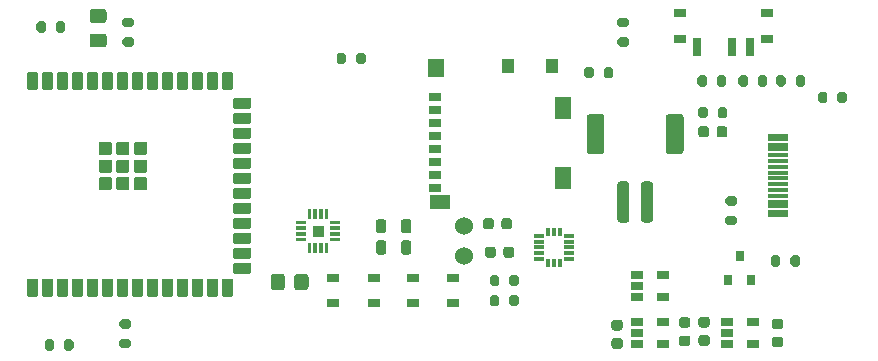
<source format=gbr>
%TF.GenerationSoftware,KiCad,Pcbnew,(5.1.12)-1*%
%TF.CreationDate,2022-11-06T18:41:51+01:00*%
%TF.ProjectId,NewmorphS3,4e65776d-6f72-4706-9853-332e6b696361,rev?*%
%TF.SameCoordinates,Original*%
%TF.FileFunction,Paste,Bot*%
%TF.FilePolarity,Positive*%
%FSLAX46Y46*%
G04 Gerber Fmt 4.6, Leading zero omitted, Abs format (unit mm)*
G04 Created by KiCad (PCBNEW (5.1.12)-1) date 2022-11-06 18:41:51*
%MOMM*%
%LPD*%
G01*
G04 APERTURE LIST*
%ADD10C,0.010000*%
%ADD11R,0.800000X0.900000*%
%ADD12R,1.750000X0.300000*%
%ADD13R,1.050000X0.650000*%
%ADD14R,0.700000X1.500000*%
%ADD15R,1.000000X0.800000*%
%ADD16R,1.060000X0.650000*%
%ADD17R,0.300000X0.800000*%
%ADD18R,0.925000X0.300000*%
%ADD19R,1.000000X1.200000*%
%ADD20R,1.800000X1.170000*%
%ADD21R,1.100000X0.750000*%
%ADD22R,1.350000X1.550000*%
%ADD23R,1.350000X1.900000*%
%ADD24C,1.524000*%
G04 APERTURE END LIST*
D10*
%TO.C,U107*%
G36*
X78811000Y-83189000D02*
G01*
X79589000Y-83189000D01*
X79589000Y-82411000D01*
X78811000Y-82411000D01*
X78811000Y-83189000D01*
G37*
X78811000Y-83189000D02*
X79589000Y-83189000D01*
X79589000Y-82411000D01*
X78811000Y-82411000D01*
X78811000Y-83189000D01*
%TD*%
%TO.C,C101*%
G36*
G01*
X117860000Y-90215000D02*
X118360000Y-90215000D01*
G75*
G02*
X118585000Y-90440000I0J-225000D01*
G01*
X118585000Y-90890000D01*
G75*
G02*
X118360000Y-91115000I-225000J0D01*
G01*
X117860000Y-91115000D01*
G75*
G02*
X117635000Y-90890000I0J225000D01*
G01*
X117635000Y-90440000D01*
G75*
G02*
X117860000Y-90215000I225000J0D01*
G01*
G37*
G36*
G01*
X117860000Y-91765000D02*
X118360000Y-91765000D01*
G75*
G02*
X118585000Y-91990000I0J-225000D01*
G01*
X118585000Y-92440000D01*
G75*
G02*
X118360000Y-92665000I-225000J0D01*
G01*
X117860000Y-92665000D01*
G75*
G02*
X117635000Y-92440000I0J225000D01*
G01*
X117635000Y-91990000D01*
G75*
G02*
X117860000Y-91765000I225000J0D01*
G01*
G37*
%TD*%
%TO.C,C102*%
G36*
G01*
X110486000Y-92551000D02*
X109986000Y-92551000D01*
G75*
G02*
X109761000Y-92326000I0J225000D01*
G01*
X109761000Y-91876000D01*
G75*
G02*
X109986000Y-91651000I225000J0D01*
G01*
X110486000Y-91651000D01*
G75*
G02*
X110711000Y-91876000I0J-225000D01*
G01*
X110711000Y-92326000D01*
G75*
G02*
X110486000Y-92551000I-225000J0D01*
G01*
G37*
G36*
G01*
X110486000Y-91001000D02*
X109986000Y-91001000D01*
G75*
G02*
X109761000Y-90776000I0J225000D01*
G01*
X109761000Y-90326000D01*
G75*
G02*
X109986000Y-90101000I225000J0D01*
G01*
X110486000Y-90101000D01*
G75*
G02*
X110711000Y-90326000I0J-225000D01*
G01*
X110711000Y-90776000D01*
G75*
G02*
X110486000Y-91001000I-225000J0D01*
G01*
G37*
%TD*%
%TO.C,C103*%
G36*
G01*
X104271000Y-91879000D02*
X104771000Y-91879000D01*
G75*
G02*
X104996000Y-92104000I0J-225000D01*
G01*
X104996000Y-92554000D01*
G75*
G02*
X104771000Y-92779000I-225000J0D01*
G01*
X104271000Y-92779000D01*
G75*
G02*
X104046000Y-92554000I0J225000D01*
G01*
X104046000Y-92104000D01*
G75*
G02*
X104271000Y-91879000I225000J0D01*
G01*
G37*
G36*
G01*
X104271000Y-90329000D02*
X104771000Y-90329000D01*
G75*
G02*
X104996000Y-90554000I0J-225000D01*
G01*
X104996000Y-91004000D01*
G75*
G02*
X104771000Y-91229000I-225000J0D01*
G01*
X104271000Y-91229000D01*
G75*
G02*
X104046000Y-91004000I0J225000D01*
G01*
X104046000Y-90554000D01*
G75*
G02*
X104271000Y-90329000I225000J0D01*
G01*
G37*
%TD*%
%TO.C,C104*%
G36*
G01*
X111637000Y-91625000D02*
X112137000Y-91625000D01*
G75*
G02*
X112362000Y-91850000I0J-225000D01*
G01*
X112362000Y-92300000D01*
G75*
G02*
X112137000Y-92525000I-225000J0D01*
G01*
X111637000Y-92525000D01*
G75*
G02*
X111412000Y-92300000I0J225000D01*
G01*
X111412000Y-91850000D01*
G75*
G02*
X111637000Y-91625000I225000J0D01*
G01*
G37*
G36*
G01*
X111637000Y-90075000D02*
X112137000Y-90075000D01*
G75*
G02*
X112362000Y-90300000I0J-225000D01*
G01*
X112362000Y-90750000D01*
G75*
G02*
X112137000Y-90975000I-225000J0D01*
G01*
X111637000Y-90975000D01*
G75*
G02*
X111412000Y-90750000I0J225000D01*
G01*
X111412000Y-90300000D01*
G75*
G02*
X111637000Y-90075000I225000J0D01*
G01*
G37*
%TD*%
%TO.C,C105*%
G36*
G01*
X60104000Y-64012500D02*
X61054000Y-64012500D01*
G75*
G02*
X61304000Y-64262500I0J-250000D01*
G01*
X61304000Y-64937500D01*
G75*
G02*
X61054000Y-65187500I-250000J0D01*
G01*
X60104000Y-65187500D01*
G75*
G02*
X59854000Y-64937500I0J250000D01*
G01*
X59854000Y-64262500D01*
G75*
G02*
X60104000Y-64012500I250000J0D01*
G01*
G37*
G36*
G01*
X60104000Y-66087500D02*
X61054000Y-66087500D01*
G75*
G02*
X61304000Y-66337500I0J-250000D01*
G01*
X61304000Y-67012500D01*
G75*
G02*
X61054000Y-67262500I-250000J0D01*
G01*
X60104000Y-67262500D01*
G75*
G02*
X59854000Y-67012500I0J250000D01*
G01*
X59854000Y-66337500D01*
G75*
G02*
X60104000Y-66087500I250000J0D01*
G01*
G37*
%TD*%
D11*
%TO.C,D101*%
X115850000Y-86950000D03*
X113950000Y-86950000D03*
X114900000Y-84950000D03*
%TD*%
D12*
%TO.C,J101*%
X118135000Y-78355000D03*
X118135000Y-78855000D03*
X118135000Y-79355000D03*
X118135000Y-79855000D03*
X118135000Y-77355000D03*
X118135000Y-76355000D03*
X118135000Y-76855000D03*
X118135000Y-77855000D03*
X118135000Y-74755000D03*
X118135000Y-75055000D03*
X118135000Y-75555000D03*
X118135000Y-75855000D03*
X118135000Y-80655000D03*
X118135000Y-80355000D03*
X118135000Y-81155000D03*
X118135000Y-81455000D03*
%TD*%
%TO.C,R101*%
G36*
G01*
X118350000Y-85069000D02*
X118350000Y-85619000D01*
G75*
G02*
X118150000Y-85819000I-200000J0D01*
G01*
X117750000Y-85819000D01*
G75*
G02*
X117550000Y-85619000I0J200000D01*
G01*
X117550000Y-85069000D01*
G75*
G02*
X117750000Y-84869000I200000J0D01*
G01*
X118150000Y-84869000D01*
G75*
G02*
X118350000Y-85069000I0J-200000D01*
G01*
G37*
G36*
G01*
X120000000Y-85069000D02*
X120000000Y-85619000D01*
G75*
G02*
X119800000Y-85819000I-200000J0D01*
G01*
X119400000Y-85819000D01*
G75*
G02*
X119200000Y-85619000I0J200000D01*
G01*
X119200000Y-85069000D01*
G75*
G02*
X119400000Y-84869000I200000J0D01*
G01*
X119800000Y-84869000D01*
G75*
G02*
X120000000Y-85069000I0J-200000D01*
G01*
G37*
%TD*%
%TO.C,R102*%
G36*
G01*
X123970000Y-71226000D02*
X123970000Y-71776000D01*
G75*
G02*
X123770000Y-71976000I-200000J0D01*
G01*
X123370000Y-71976000D01*
G75*
G02*
X123170000Y-71776000I0J200000D01*
G01*
X123170000Y-71226000D01*
G75*
G02*
X123370000Y-71026000I200000J0D01*
G01*
X123770000Y-71026000D01*
G75*
G02*
X123970000Y-71226000I0J-200000D01*
G01*
G37*
G36*
G01*
X122320000Y-71226000D02*
X122320000Y-71776000D01*
G75*
G02*
X122120000Y-71976000I-200000J0D01*
G01*
X121720000Y-71976000D01*
G75*
G02*
X121520000Y-71776000I0J200000D01*
G01*
X121520000Y-71226000D01*
G75*
G02*
X121720000Y-71026000I200000J0D01*
G01*
X122120000Y-71026000D01*
G75*
G02*
X122320000Y-71226000I0J-200000D01*
G01*
G37*
%TD*%
%TO.C,R103*%
G36*
G01*
X114448000Y-80664000D02*
X113898000Y-80664000D01*
G75*
G02*
X113698000Y-80464000I0J200000D01*
G01*
X113698000Y-80064000D01*
G75*
G02*
X113898000Y-79864000I200000J0D01*
G01*
X114448000Y-79864000D01*
G75*
G02*
X114648000Y-80064000I0J-200000D01*
G01*
X114648000Y-80464000D01*
G75*
G02*
X114448000Y-80664000I-200000J0D01*
G01*
G37*
G36*
G01*
X114448000Y-82314000D02*
X113898000Y-82314000D01*
G75*
G02*
X113698000Y-82114000I0J200000D01*
G01*
X113698000Y-81714000D01*
G75*
G02*
X113898000Y-81514000I200000J0D01*
G01*
X114448000Y-81514000D01*
G75*
G02*
X114648000Y-81714000I0J-200000D01*
G01*
X114648000Y-82114000D01*
G75*
G02*
X114448000Y-82314000I-200000J0D01*
G01*
G37*
%TD*%
%TO.C,R104*%
G36*
G01*
X105304000Y-67201000D02*
X104754000Y-67201000D01*
G75*
G02*
X104554000Y-67001000I0J200000D01*
G01*
X104554000Y-66601000D01*
G75*
G02*
X104754000Y-66401000I200000J0D01*
G01*
X105304000Y-66401000D01*
G75*
G02*
X105504000Y-66601000I0J-200000D01*
G01*
X105504000Y-67001000D01*
G75*
G02*
X105304000Y-67201000I-200000J0D01*
G01*
G37*
G36*
G01*
X105304000Y-65551000D02*
X104754000Y-65551000D01*
G75*
G02*
X104554000Y-65351000I0J200000D01*
G01*
X104554000Y-64951000D01*
G75*
G02*
X104754000Y-64751000I200000J0D01*
G01*
X105304000Y-64751000D01*
G75*
G02*
X105504000Y-64951000I0J-200000D01*
G01*
X105504000Y-65351000D01*
G75*
G02*
X105304000Y-65551000I-200000J0D01*
G01*
G37*
%TD*%
%TO.C,R105*%
G36*
G01*
X75200000Y-87572001D02*
X75200000Y-86671999D01*
G75*
G02*
X75449999Y-86422000I249999J0D01*
G01*
X76150001Y-86422000D01*
G75*
G02*
X76400000Y-86671999I0J-249999D01*
G01*
X76400000Y-87572001D01*
G75*
G02*
X76150001Y-87822000I-249999J0D01*
G01*
X75449999Y-87822000D01*
G75*
G02*
X75200000Y-87572001I0J249999D01*
G01*
G37*
G36*
G01*
X77200000Y-87572001D02*
X77200000Y-86671999D01*
G75*
G02*
X77449999Y-86422000I249999J0D01*
G01*
X78150001Y-86422000D01*
G75*
G02*
X78400000Y-86671999I0J-249999D01*
G01*
X78400000Y-87572001D01*
G75*
G02*
X78150001Y-87822000I-249999J0D01*
G01*
X77449999Y-87822000D01*
G75*
G02*
X77200000Y-87572001I0J249999D01*
G01*
G37*
%TD*%
%TO.C,R108*%
G36*
G01*
X55353000Y-65807000D02*
X55353000Y-65257000D01*
G75*
G02*
X55553000Y-65057000I200000J0D01*
G01*
X55953000Y-65057000D01*
G75*
G02*
X56153000Y-65257000I0J-200000D01*
G01*
X56153000Y-65807000D01*
G75*
G02*
X55953000Y-66007000I-200000J0D01*
G01*
X55553000Y-66007000D01*
G75*
G02*
X55353000Y-65807000I0J200000D01*
G01*
G37*
G36*
G01*
X57003000Y-65807000D02*
X57003000Y-65257000D01*
G75*
G02*
X57203000Y-65057000I200000J0D01*
G01*
X57603000Y-65057000D01*
G75*
G02*
X57803000Y-65257000I0J-200000D01*
G01*
X57803000Y-65807000D01*
G75*
G02*
X57603000Y-66007000I-200000J0D01*
G01*
X57203000Y-66007000D01*
G75*
G02*
X57003000Y-65807000I0J200000D01*
G01*
G37*
%TD*%
%TO.C,R109*%
G36*
G01*
X63394000Y-65551000D02*
X62844000Y-65551000D01*
G75*
G02*
X62644000Y-65351000I0J200000D01*
G01*
X62644000Y-64951000D01*
G75*
G02*
X62844000Y-64751000I200000J0D01*
G01*
X63394000Y-64751000D01*
G75*
G02*
X63594000Y-64951000I0J-200000D01*
G01*
X63594000Y-65351000D01*
G75*
G02*
X63394000Y-65551000I-200000J0D01*
G01*
G37*
G36*
G01*
X63394000Y-67201000D02*
X62844000Y-67201000D01*
G75*
G02*
X62644000Y-67001000I0J200000D01*
G01*
X62644000Y-66601000D01*
G75*
G02*
X62844000Y-66401000I200000J0D01*
G01*
X63394000Y-66401000D01*
G75*
G02*
X63594000Y-66601000I0J-200000D01*
G01*
X63594000Y-67001000D01*
G75*
G02*
X63394000Y-67201000I-200000J0D01*
G01*
G37*
%TD*%
%TO.C,R110*%
G36*
G01*
X57702000Y-92731000D02*
X57702000Y-92181000D01*
G75*
G02*
X57902000Y-91981000I200000J0D01*
G01*
X58302000Y-91981000D01*
G75*
G02*
X58502000Y-92181000I0J-200000D01*
G01*
X58502000Y-92731000D01*
G75*
G02*
X58302000Y-92931000I-200000J0D01*
G01*
X57902000Y-92931000D01*
G75*
G02*
X57702000Y-92731000I0J200000D01*
G01*
G37*
G36*
G01*
X56052000Y-92731000D02*
X56052000Y-92181000D01*
G75*
G02*
X56252000Y-91981000I200000J0D01*
G01*
X56652000Y-91981000D01*
G75*
G02*
X56852000Y-92181000I0J-200000D01*
G01*
X56852000Y-92731000D01*
G75*
G02*
X56652000Y-92931000I-200000J0D01*
G01*
X56252000Y-92931000D01*
G75*
G02*
X56052000Y-92731000I0J200000D01*
G01*
G37*
%TD*%
%TO.C,R111*%
G36*
G01*
X62590000Y-91929000D02*
X63140000Y-91929000D01*
G75*
G02*
X63340000Y-92129000I0J-200000D01*
G01*
X63340000Y-92529000D01*
G75*
G02*
X63140000Y-92729000I-200000J0D01*
G01*
X62590000Y-92729000D01*
G75*
G02*
X62390000Y-92529000I0J200000D01*
G01*
X62390000Y-92129000D01*
G75*
G02*
X62590000Y-91929000I200000J0D01*
G01*
G37*
G36*
G01*
X62590000Y-90279000D02*
X63140000Y-90279000D01*
G75*
G02*
X63340000Y-90479000I0J-200000D01*
G01*
X63340000Y-90879000D01*
G75*
G02*
X63140000Y-91079000I-200000J0D01*
G01*
X62590000Y-91079000D01*
G75*
G02*
X62390000Y-90879000I0J200000D01*
G01*
X62390000Y-90479000D01*
G75*
G02*
X62590000Y-90279000I200000J0D01*
G01*
G37*
%TD*%
%TO.C,R112*%
G36*
G01*
X111400000Y-73075000D02*
X111400000Y-72525000D01*
G75*
G02*
X111600000Y-72325000I200000J0D01*
G01*
X112000000Y-72325000D01*
G75*
G02*
X112200000Y-72525000I0J-200000D01*
G01*
X112200000Y-73075000D01*
G75*
G02*
X112000000Y-73275000I-200000J0D01*
G01*
X111600000Y-73275000D01*
G75*
G02*
X111400000Y-73075000I0J200000D01*
G01*
G37*
G36*
G01*
X113050000Y-73075000D02*
X113050000Y-72525000D01*
G75*
G02*
X113250000Y-72325000I200000J0D01*
G01*
X113650000Y-72325000D01*
G75*
G02*
X113850000Y-72525000I0J-200000D01*
G01*
X113850000Y-73075000D01*
G75*
G02*
X113650000Y-73275000I-200000J0D01*
G01*
X113250000Y-73275000D01*
G75*
G02*
X113050000Y-73075000I0J200000D01*
G01*
G37*
%TD*%
%TO.C,R113*%
G36*
G01*
X111329000Y-70376000D02*
X111329000Y-69826000D01*
G75*
G02*
X111529000Y-69626000I200000J0D01*
G01*
X111929000Y-69626000D01*
G75*
G02*
X112129000Y-69826000I0J-200000D01*
G01*
X112129000Y-70376000D01*
G75*
G02*
X111929000Y-70576000I-200000J0D01*
G01*
X111529000Y-70576000D01*
G75*
G02*
X111329000Y-70376000I0J200000D01*
G01*
G37*
G36*
G01*
X112979000Y-70376000D02*
X112979000Y-69826000D01*
G75*
G02*
X113179000Y-69626000I200000J0D01*
G01*
X113579000Y-69626000D01*
G75*
G02*
X113779000Y-69826000I0J-200000D01*
G01*
X113779000Y-70376000D01*
G75*
G02*
X113579000Y-70576000I-200000J0D01*
G01*
X113179000Y-70576000D01*
G75*
G02*
X112979000Y-70376000I0J200000D01*
G01*
G37*
%TD*%
D13*
%TO.C,SW101*%
X83975000Y-86790000D03*
X80510000Y-86790000D03*
X83975000Y-88890000D03*
X80510000Y-88890000D03*
%TD*%
%TO.C,SW102*%
X87200000Y-88890000D03*
X90665000Y-88890000D03*
X87200000Y-86790000D03*
X90665000Y-86790000D03*
%TD*%
D14*
%TO.C,SW105*%
X111288000Y-67216000D03*
X114288000Y-67216000D03*
X115788000Y-67216000D03*
D15*
X109888000Y-64356000D03*
X117188000Y-64356000D03*
X117188000Y-66566000D03*
X109888000Y-66566000D03*
%TD*%
D16*
%TO.C,U101*%
X113835000Y-92390000D03*
X113835000Y-91440000D03*
X113835000Y-90490000D03*
X116035000Y-90490000D03*
X116035000Y-92390000D03*
%TD*%
%TO.C,U102*%
X108415000Y-92390000D03*
X108415000Y-90490000D03*
X106215000Y-90490000D03*
X106215000Y-91440000D03*
X106215000Y-92390000D03*
%TD*%
%TO.C,U103*%
G36*
G01*
X64643100Y-76360000D02*
X63716900Y-76360000D01*
G75*
G02*
X63630000Y-76273100I0J86900D01*
G01*
X63630000Y-75346900D01*
G75*
G02*
X63716900Y-75260000I86900J0D01*
G01*
X64643100Y-75260000D01*
G75*
G02*
X64730000Y-75346900I0J-86900D01*
G01*
X64730000Y-76273100D01*
G75*
G02*
X64643100Y-76360000I-86900J0D01*
G01*
G37*
G36*
G01*
X63143100Y-79360000D02*
X62216900Y-79360000D01*
G75*
G02*
X62130000Y-79273100I0J86900D01*
G01*
X62130000Y-78346900D01*
G75*
G02*
X62216900Y-78260000I86900J0D01*
G01*
X63143100Y-78260000D01*
G75*
G02*
X63230000Y-78346900I0J-86900D01*
G01*
X63230000Y-79273100D01*
G75*
G02*
X63143100Y-79360000I-86900J0D01*
G01*
G37*
G36*
G01*
X63143100Y-77860000D02*
X62216900Y-77860000D01*
G75*
G02*
X62130000Y-77773100I0J86900D01*
G01*
X62130000Y-76846900D01*
G75*
G02*
X62216900Y-76760000I86900J0D01*
G01*
X63143100Y-76760000D01*
G75*
G02*
X63230000Y-76846900I0J-86900D01*
G01*
X63230000Y-77773100D01*
G75*
G02*
X63143100Y-77860000I-86900J0D01*
G01*
G37*
G36*
G01*
X64643100Y-79360000D02*
X63716900Y-79360000D01*
G75*
G02*
X63630000Y-79273100I0J86900D01*
G01*
X63630000Y-78346900D01*
G75*
G02*
X63716900Y-78260000I86900J0D01*
G01*
X64643100Y-78260000D01*
G75*
G02*
X64730000Y-78346900I0J-86900D01*
G01*
X64730000Y-79273100D01*
G75*
G02*
X64643100Y-79360000I-86900J0D01*
G01*
G37*
G36*
G01*
X61643100Y-79360000D02*
X60716900Y-79360000D01*
G75*
G02*
X60630000Y-79273100I0J86900D01*
G01*
X60630000Y-78346900D01*
G75*
G02*
X60716900Y-78260000I86900J0D01*
G01*
X61643100Y-78260000D01*
G75*
G02*
X61730000Y-78346900I0J-86900D01*
G01*
X61730000Y-79273100D01*
G75*
G02*
X61643100Y-79360000I-86900J0D01*
G01*
G37*
G36*
G01*
X61643100Y-77860000D02*
X60716900Y-77860000D01*
G75*
G02*
X60630000Y-77773100I0J86900D01*
G01*
X60630000Y-76846900D01*
G75*
G02*
X60716900Y-76760000I86900J0D01*
G01*
X61643100Y-76760000D01*
G75*
G02*
X61730000Y-76846900I0J-86900D01*
G01*
X61730000Y-77773100D01*
G75*
G02*
X61643100Y-77860000I-86900J0D01*
G01*
G37*
G36*
G01*
X63143100Y-76360000D02*
X62216900Y-76360000D01*
G75*
G02*
X62130000Y-76273100I0J86900D01*
G01*
X62130000Y-75346900D01*
G75*
G02*
X62216900Y-75260000I86900J0D01*
G01*
X63143100Y-75260000D01*
G75*
G02*
X63230000Y-75346900I0J-86900D01*
G01*
X63230000Y-76273100D01*
G75*
G02*
X63143100Y-76360000I-86900J0D01*
G01*
G37*
G36*
G01*
X61643100Y-76360000D02*
X60716900Y-76360000D01*
G75*
G02*
X60630000Y-76273100I0J86900D01*
G01*
X60630000Y-75346900D01*
G75*
G02*
X60716900Y-75260000I86900J0D01*
G01*
X61643100Y-75260000D01*
G75*
G02*
X61730000Y-75346900I0J-86900D01*
G01*
X61730000Y-76273100D01*
G75*
G02*
X61643100Y-76360000I-86900J0D01*
G01*
G37*
G36*
G01*
X64643100Y-77860000D02*
X63716900Y-77860000D01*
G75*
G02*
X63630000Y-77773100I0J86900D01*
G01*
X63630000Y-76846900D01*
G75*
G02*
X63716900Y-76760000I86900J0D01*
G01*
X64643100Y-76760000D01*
G75*
G02*
X64730000Y-76846900I0J-86900D01*
G01*
X64730000Y-77773100D01*
G75*
G02*
X64643100Y-77860000I-86900J0D01*
G01*
G37*
G36*
G01*
X54646100Y-69350000D02*
X55403900Y-69350000D01*
G75*
G02*
X55475000Y-69421100I0J-71100D01*
G01*
X55475000Y-70778900D01*
G75*
G02*
X55403900Y-70850000I-71100J0D01*
G01*
X54646100Y-70850000D01*
G75*
G02*
X54575000Y-70778900I0J71100D01*
G01*
X54575000Y-69421100D01*
G75*
G02*
X54646100Y-69350000I71100J0D01*
G01*
G37*
G36*
G01*
X55916100Y-69350000D02*
X56673900Y-69350000D01*
G75*
G02*
X56745000Y-69421100I0J-71100D01*
G01*
X56745000Y-70778900D01*
G75*
G02*
X56673900Y-70850000I-71100J0D01*
G01*
X55916100Y-70850000D01*
G75*
G02*
X55845000Y-70778900I0J71100D01*
G01*
X55845000Y-69421100D01*
G75*
G02*
X55916100Y-69350000I71100J0D01*
G01*
G37*
G36*
G01*
X57186100Y-69350000D02*
X57943900Y-69350000D01*
G75*
G02*
X58015000Y-69421100I0J-71100D01*
G01*
X58015000Y-70778900D01*
G75*
G02*
X57943900Y-70850000I-71100J0D01*
G01*
X57186100Y-70850000D01*
G75*
G02*
X57115000Y-70778900I0J71100D01*
G01*
X57115000Y-69421100D01*
G75*
G02*
X57186100Y-69350000I71100J0D01*
G01*
G37*
G36*
G01*
X58456100Y-69350000D02*
X59213900Y-69350000D01*
G75*
G02*
X59285000Y-69421100I0J-71100D01*
G01*
X59285000Y-70778900D01*
G75*
G02*
X59213900Y-70850000I-71100J0D01*
G01*
X58456100Y-70850000D01*
G75*
G02*
X58385000Y-70778900I0J71100D01*
G01*
X58385000Y-69421100D01*
G75*
G02*
X58456100Y-69350000I71100J0D01*
G01*
G37*
G36*
G01*
X59726100Y-69350000D02*
X60483900Y-69350000D01*
G75*
G02*
X60555000Y-69421100I0J-71100D01*
G01*
X60555000Y-70778900D01*
G75*
G02*
X60483900Y-70850000I-71100J0D01*
G01*
X59726100Y-70850000D01*
G75*
G02*
X59655000Y-70778900I0J71100D01*
G01*
X59655000Y-69421100D01*
G75*
G02*
X59726100Y-69350000I71100J0D01*
G01*
G37*
G36*
G01*
X60996100Y-69350000D02*
X61753900Y-69350000D01*
G75*
G02*
X61825000Y-69421100I0J-71100D01*
G01*
X61825000Y-70778900D01*
G75*
G02*
X61753900Y-70850000I-71100J0D01*
G01*
X60996100Y-70850000D01*
G75*
G02*
X60925000Y-70778900I0J71100D01*
G01*
X60925000Y-69421100D01*
G75*
G02*
X60996100Y-69350000I71100J0D01*
G01*
G37*
G36*
G01*
X62266100Y-69350000D02*
X63023900Y-69350000D01*
G75*
G02*
X63095000Y-69421100I0J-71100D01*
G01*
X63095000Y-70778900D01*
G75*
G02*
X63023900Y-70850000I-71100J0D01*
G01*
X62266100Y-70850000D01*
G75*
G02*
X62195000Y-70778900I0J71100D01*
G01*
X62195000Y-69421100D01*
G75*
G02*
X62266100Y-69350000I71100J0D01*
G01*
G37*
G36*
G01*
X63536100Y-69350000D02*
X64293900Y-69350000D01*
G75*
G02*
X64365000Y-69421100I0J-71100D01*
G01*
X64365000Y-70778900D01*
G75*
G02*
X64293900Y-70850000I-71100J0D01*
G01*
X63536100Y-70850000D01*
G75*
G02*
X63465000Y-70778900I0J71100D01*
G01*
X63465000Y-69421100D01*
G75*
G02*
X63536100Y-69350000I71100J0D01*
G01*
G37*
G36*
G01*
X64806100Y-69350000D02*
X65563900Y-69350000D01*
G75*
G02*
X65635000Y-69421100I0J-71100D01*
G01*
X65635000Y-70778900D01*
G75*
G02*
X65563900Y-70850000I-71100J0D01*
G01*
X64806100Y-70850000D01*
G75*
G02*
X64735000Y-70778900I0J71100D01*
G01*
X64735000Y-69421100D01*
G75*
G02*
X64806100Y-69350000I71100J0D01*
G01*
G37*
G36*
G01*
X66076100Y-69350000D02*
X66833900Y-69350000D01*
G75*
G02*
X66905000Y-69421100I0J-71100D01*
G01*
X66905000Y-70778900D01*
G75*
G02*
X66833900Y-70850000I-71100J0D01*
G01*
X66076100Y-70850000D01*
G75*
G02*
X66005000Y-70778900I0J71100D01*
G01*
X66005000Y-69421100D01*
G75*
G02*
X66076100Y-69350000I71100J0D01*
G01*
G37*
G36*
G01*
X67346100Y-69350000D02*
X68103900Y-69350000D01*
G75*
G02*
X68175000Y-69421100I0J-71100D01*
G01*
X68175000Y-70778900D01*
G75*
G02*
X68103900Y-70850000I-71100J0D01*
G01*
X67346100Y-70850000D01*
G75*
G02*
X67275000Y-70778900I0J71100D01*
G01*
X67275000Y-69421100D01*
G75*
G02*
X67346100Y-69350000I71100J0D01*
G01*
G37*
G36*
G01*
X68616100Y-69350000D02*
X69373900Y-69350000D01*
G75*
G02*
X69445000Y-69421100I0J-71100D01*
G01*
X69445000Y-70778900D01*
G75*
G02*
X69373900Y-70850000I-71100J0D01*
G01*
X68616100Y-70850000D01*
G75*
G02*
X68545000Y-70778900I0J71100D01*
G01*
X68545000Y-69421100D01*
G75*
G02*
X68616100Y-69350000I71100J0D01*
G01*
G37*
G36*
G01*
X69886100Y-69350000D02*
X70643900Y-69350000D01*
G75*
G02*
X70715000Y-69421100I0J-71100D01*
G01*
X70715000Y-70778900D01*
G75*
G02*
X70643900Y-70850000I-71100J0D01*
G01*
X69886100Y-70850000D01*
G75*
G02*
X69815000Y-70778900I0J71100D01*
G01*
X69815000Y-69421100D01*
G75*
G02*
X69886100Y-69350000I71100J0D01*
G01*
G37*
G36*
G01*
X71156100Y-69350000D02*
X71913900Y-69350000D01*
G75*
G02*
X71985000Y-69421100I0J-71100D01*
G01*
X71985000Y-70778900D01*
G75*
G02*
X71913900Y-70850000I-71100J0D01*
G01*
X71156100Y-70850000D01*
G75*
G02*
X71085000Y-70778900I0J71100D01*
G01*
X71085000Y-69421100D01*
G75*
G02*
X71156100Y-69350000I71100J0D01*
G01*
G37*
G36*
G01*
X54646100Y-86850000D02*
X55403900Y-86850000D01*
G75*
G02*
X55475000Y-86921100I0J-71100D01*
G01*
X55475000Y-88278900D01*
G75*
G02*
X55403900Y-88350000I-71100J0D01*
G01*
X54646100Y-88350000D01*
G75*
G02*
X54575000Y-88278900I0J71100D01*
G01*
X54575000Y-86921100D01*
G75*
G02*
X54646100Y-86850000I71100J0D01*
G01*
G37*
G36*
G01*
X55916100Y-86850000D02*
X56673900Y-86850000D01*
G75*
G02*
X56745000Y-86921100I0J-71100D01*
G01*
X56745000Y-88278900D01*
G75*
G02*
X56673900Y-88350000I-71100J0D01*
G01*
X55916100Y-88350000D01*
G75*
G02*
X55845000Y-88278900I0J71100D01*
G01*
X55845000Y-86921100D01*
G75*
G02*
X55916100Y-86850000I71100J0D01*
G01*
G37*
G36*
G01*
X57186100Y-86850000D02*
X57943900Y-86850000D01*
G75*
G02*
X58015000Y-86921100I0J-71100D01*
G01*
X58015000Y-88278900D01*
G75*
G02*
X57943900Y-88350000I-71100J0D01*
G01*
X57186100Y-88350000D01*
G75*
G02*
X57115000Y-88278900I0J71100D01*
G01*
X57115000Y-86921100D01*
G75*
G02*
X57186100Y-86850000I71100J0D01*
G01*
G37*
G36*
G01*
X58456100Y-86850000D02*
X59213900Y-86850000D01*
G75*
G02*
X59285000Y-86921100I0J-71100D01*
G01*
X59285000Y-88278900D01*
G75*
G02*
X59213900Y-88350000I-71100J0D01*
G01*
X58456100Y-88350000D01*
G75*
G02*
X58385000Y-88278900I0J71100D01*
G01*
X58385000Y-86921100D01*
G75*
G02*
X58456100Y-86850000I71100J0D01*
G01*
G37*
G36*
G01*
X68616100Y-86850000D02*
X69373900Y-86850000D01*
G75*
G02*
X69445000Y-86921100I0J-71100D01*
G01*
X69445000Y-88278900D01*
G75*
G02*
X69373900Y-88350000I-71100J0D01*
G01*
X68616100Y-88350000D01*
G75*
G02*
X68545000Y-88278900I0J71100D01*
G01*
X68545000Y-86921100D01*
G75*
G02*
X68616100Y-86850000I71100J0D01*
G01*
G37*
G36*
G01*
X60996100Y-86850000D02*
X61753900Y-86850000D01*
G75*
G02*
X61825000Y-86921100I0J-71100D01*
G01*
X61825000Y-88278900D01*
G75*
G02*
X61753900Y-88350000I-71100J0D01*
G01*
X60996100Y-88350000D01*
G75*
G02*
X60925000Y-88278900I0J71100D01*
G01*
X60925000Y-86921100D01*
G75*
G02*
X60996100Y-86850000I71100J0D01*
G01*
G37*
G36*
G01*
X67346100Y-86850000D02*
X68103900Y-86850000D01*
G75*
G02*
X68175000Y-86921100I0J-71100D01*
G01*
X68175000Y-88278900D01*
G75*
G02*
X68103900Y-88350000I-71100J0D01*
G01*
X67346100Y-88350000D01*
G75*
G02*
X67275000Y-88278900I0J71100D01*
G01*
X67275000Y-86921100D01*
G75*
G02*
X67346100Y-86850000I71100J0D01*
G01*
G37*
G36*
G01*
X71156100Y-86850000D02*
X71913900Y-86850000D01*
G75*
G02*
X71985000Y-86921100I0J-71100D01*
G01*
X71985000Y-88278900D01*
G75*
G02*
X71913900Y-88350000I-71100J0D01*
G01*
X71156100Y-88350000D01*
G75*
G02*
X71085000Y-88278900I0J71100D01*
G01*
X71085000Y-86921100D01*
G75*
G02*
X71156100Y-86850000I71100J0D01*
G01*
G37*
G36*
G01*
X69886100Y-86850000D02*
X70643900Y-86850000D01*
G75*
G02*
X70715000Y-86921100I0J-71100D01*
G01*
X70715000Y-88278900D01*
G75*
G02*
X70643900Y-88350000I-71100J0D01*
G01*
X69886100Y-88350000D01*
G75*
G02*
X69815000Y-88278900I0J71100D01*
G01*
X69815000Y-86921100D01*
G75*
G02*
X69886100Y-86850000I71100J0D01*
G01*
G37*
G36*
G01*
X62266100Y-86850000D02*
X63023900Y-86850000D01*
G75*
G02*
X63095000Y-86921100I0J-71100D01*
G01*
X63095000Y-88278900D01*
G75*
G02*
X63023900Y-88350000I-71100J0D01*
G01*
X62266100Y-88350000D01*
G75*
G02*
X62195000Y-88278900I0J71100D01*
G01*
X62195000Y-86921100D01*
G75*
G02*
X62266100Y-86850000I71100J0D01*
G01*
G37*
G36*
G01*
X59726100Y-86850000D02*
X60483900Y-86850000D01*
G75*
G02*
X60555000Y-86921100I0J-71100D01*
G01*
X60555000Y-88278900D01*
G75*
G02*
X60483900Y-88350000I-71100J0D01*
G01*
X59726100Y-88350000D01*
G75*
G02*
X59655000Y-88278900I0J71100D01*
G01*
X59655000Y-86921100D01*
G75*
G02*
X59726100Y-86850000I71100J0D01*
G01*
G37*
G36*
G01*
X66076100Y-86850000D02*
X66833900Y-86850000D01*
G75*
G02*
X66905000Y-86921100I0J-71100D01*
G01*
X66905000Y-88278900D01*
G75*
G02*
X66833900Y-88350000I-71100J0D01*
G01*
X66076100Y-88350000D01*
G75*
G02*
X66005000Y-88278900I0J71100D01*
G01*
X66005000Y-86921100D01*
G75*
G02*
X66076100Y-86850000I71100J0D01*
G01*
G37*
G36*
G01*
X64806100Y-86850000D02*
X65563900Y-86850000D01*
G75*
G02*
X65635000Y-86921100I0J-71100D01*
G01*
X65635000Y-88278900D01*
G75*
G02*
X65563900Y-88350000I-71100J0D01*
G01*
X64806100Y-88350000D01*
G75*
G02*
X64735000Y-88278900I0J71100D01*
G01*
X64735000Y-86921100D01*
G75*
G02*
X64806100Y-86850000I71100J0D01*
G01*
G37*
G36*
G01*
X63536100Y-86850000D02*
X64293900Y-86850000D01*
G75*
G02*
X64365000Y-86921100I0J-71100D01*
G01*
X64365000Y-88278900D01*
G75*
G02*
X64293900Y-88350000I-71100J0D01*
G01*
X63536100Y-88350000D01*
G75*
G02*
X63465000Y-88278900I0J71100D01*
G01*
X63465000Y-86921100D01*
G75*
G02*
X63536100Y-86850000I71100J0D01*
G01*
G37*
G36*
G01*
X73525000Y-71621100D02*
X73525000Y-72378900D01*
G75*
G02*
X73453900Y-72450000I-71100J0D01*
G01*
X72096100Y-72450000D01*
G75*
G02*
X72025000Y-72378900I0J71100D01*
G01*
X72025000Y-71621100D01*
G75*
G02*
X72096100Y-71550000I71100J0D01*
G01*
X73453900Y-71550000D01*
G75*
G02*
X73525000Y-71621100I0J-71100D01*
G01*
G37*
G36*
G01*
X73525000Y-72891100D02*
X73525000Y-73648900D01*
G75*
G02*
X73453900Y-73720000I-71100J0D01*
G01*
X72096100Y-73720000D01*
G75*
G02*
X72025000Y-73648900I0J71100D01*
G01*
X72025000Y-72891100D01*
G75*
G02*
X72096100Y-72820000I71100J0D01*
G01*
X73453900Y-72820000D01*
G75*
G02*
X73525000Y-72891100I0J-71100D01*
G01*
G37*
G36*
G01*
X73525000Y-74161100D02*
X73525000Y-74918900D01*
G75*
G02*
X73453900Y-74990000I-71100J0D01*
G01*
X72096100Y-74990000D01*
G75*
G02*
X72025000Y-74918900I0J71100D01*
G01*
X72025000Y-74161100D01*
G75*
G02*
X72096100Y-74090000I71100J0D01*
G01*
X73453900Y-74090000D01*
G75*
G02*
X73525000Y-74161100I0J-71100D01*
G01*
G37*
G36*
G01*
X73525000Y-75431100D02*
X73525000Y-76188900D01*
G75*
G02*
X73453900Y-76260000I-71100J0D01*
G01*
X72096100Y-76260000D01*
G75*
G02*
X72025000Y-76188900I0J71100D01*
G01*
X72025000Y-75431100D01*
G75*
G02*
X72096100Y-75360000I71100J0D01*
G01*
X73453900Y-75360000D01*
G75*
G02*
X73525000Y-75431100I0J-71100D01*
G01*
G37*
G36*
G01*
X73525000Y-76701100D02*
X73525000Y-77458900D01*
G75*
G02*
X73453900Y-77530000I-71100J0D01*
G01*
X72096100Y-77530000D01*
G75*
G02*
X72025000Y-77458900I0J71100D01*
G01*
X72025000Y-76701100D01*
G75*
G02*
X72096100Y-76630000I71100J0D01*
G01*
X73453900Y-76630000D01*
G75*
G02*
X73525000Y-76701100I0J-71100D01*
G01*
G37*
G36*
G01*
X73525000Y-77971100D02*
X73525000Y-78728900D01*
G75*
G02*
X73453900Y-78800000I-71100J0D01*
G01*
X72096100Y-78800000D01*
G75*
G02*
X72025000Y-78728900I0J71100D01*
G01*
X72025000Y-77971100D01*
G75*
G02*
X72096100Y-77900000I71100J0D01*
G01*
X73453900Y-77900000D01*
G75*
G02*
X73525000Y-77971100I0J-71100D01*
G01*
G37*
G36*
G01*
X73525000Y-79241100D02*
X73525000Y-79998900D01*
G75*
G02*
X73453900Y-80070000I-71100J0D01*
G01*
X72096100Y-80070000D01*
G75*
G02*
X72025000Y-79998900I0J71100D01*
G01*
X72025000Y-79241100D01*
G75*
G02*
X72096100Y-79170000I71100J0D01*
G01*
X73453900Y-79170000D01*
G75*
G02*
X73525000Y-79241100I0J-71100D01*
G01*
G37*
G36*
G01*
X73525000Y-80511100D02*
X73525000Y-81268900D01*
G75*
G02*
X73453900Y-81340000I-71100J0D01*
G01*
X72096100Y-81340000D01*
G75*
G02*
X72025000Y-81268900I0J71100D01*
G01*
X72025000Y-80511100D01*
G75*
G02*
X72096100Y-80440000I71100J0D01*
G01*
X73453900Y-80440000D01*
G75*
G02*
X73525000Y-80511100I0J-71100D01*
G01*
G37*
G36*
G01*
X73525000Y-81781100D02*
X73525000Y-82538900D01*
G75*
G02*
X73453900Y-82610000I-71100J0D01*
G01*
X72096100Y-82610000D01*
G75*
G02*
X72025000Y-82538900I0J71100D01*
G01*
X72025000Y-81781100D01*
G75*
G02*
X72096100Y-81710000I71100J0D01*
G01*
X73453900Y-81710000D01*
G75*
G02*
X73525000Y-81781100I0J-71100D01*
G01*
G37*
G36*
G01*
X73525000Y-83051100D02*
X73525000Y-83808900D01*
G75*
G02*
X73453900Y-83880000I-71100J0D01*
G01*
X72096100Y-83880000D01*
G75*
G02*
X72025000Y-83808900I0J71100D01*
G01*
X72025000Y-83051100D01*
G75*
G02*
X72096100Y-82980000I71100J0D01*
G01*
X73453900Y-82980000D01*
G75*
G02*
X73525000Y-83051100I0J-71100D01*
G01*
G37*
G36*
G01*
X73525000Y-84321100D02*
X73525000Y-85078900D01*
G75*
G02*
X73453900Y-85150000I-71100J0D01*
G01*
X72096100Y-85150000D01*
G75*
G02*
X72025000Y-85078900I0J71100D01*
G01*
X72025000Y-84321100D01*
G75*
G02*
X72096100Y-84250000I71100J0D01*
G01*
X73453900Y-84250000D01*
G75*
G02*
X73525000Y-84321100I0J-71100D01*
G01*
G37*
G36*
G01*
X73525000Y-85591100D02*
X73525000Y-86348900D01*
G75*
G02*
X73453900Y-86420000I-71100J0D01*
G01*
X72096100Y-86420000D01*
G75*
G02*
X72025000Y-86348900I0J71100D01*
G01*
X72025000Y-85591100D01*
G75*
G02*
X72096100Y-85520000I71100J0D01*
G01*
X73453900Y-85520000D01*
G75*
G02*
X73525000Y-85591100I0J-71100D01*
G01*
G37*
%TD*%
%TO.C,C106*%
G36*
G01*
X111400000Y-74650000D02*
X111400000Y-74150000D01*
G75*
G02*
X111625000Y-73925000I225000J0D01*
G01*
X112075000Y-73925000D01*
G75*
G02*
X112300000Y-74150000I0J-225000D01*
G01*
X112300000Y-74650000D01*
G75*
G02*
X112075000Y-74875000I-225000J0D01*
G01*
X111625000Y-74875000D01*
G75*
G02*
X111400000Y-74650000I0J225000D01*
G01*
G37*
G36*
G01*
X112950000Y-74650000D02*
X112950000Y-74150000D01*
G75*
G02*
X113175000Y-73925000I225000J0D01*
G01*
X113625000Y-73925000D01*
G75*
G02*
X113850000Y-74150000I0J-225000D01*
G01*
X113850000Y-74650000D01*
G75*
G02*
X113625000Y-74875000I-225000J0D01*
G01*
X113175000Y-74875000D01*
G75*
G02*
X112950000Y-74650000I0J225000D01*
G01*
G37*
%TD*%
%TO.C,R106*%
G36*
G01*
X116445000Y-70376000D02*
X116445000Y-69826000D01*
G75*
G02*
X116645000Y-69626000I200000J0D01*
G01*
X117045000Y-69626000D01*
G75*
G02*
X117245000Y-69826000I0J-200000D01*
G01*
X117245000Y-70376000D01*
G75*
G02*
X117045000Y-70576000I-200000J0D01*
G01*
X116645000Y-70576000D01*
G75*
G02*
X116445000Y-70376000I0J200000D01*
G01*
G37*
G36*
G01*
X114795000Y-70376000D02*
X114795000Y-69826000D01*
G75*
G02*
X114995000Y-69626000I200000J0D01*
G01*
X115395000Y-69626000D01*
G75*
G02*
X115595000Y-69826000I0J-200000D01*
G01*
X115595000Y-70376000D01*
G75*
G02*
X115395000Y-70576000I-200000J0D01*
G01*
X114995000Y-70576000D01*
G75*
G02*
X114795000Y-70376000I0J200000D01*
G01*
G37*
%TD*%
%TO.C,R107*%
G36*
G01*
X120446000Y-69826000D02*
X120446000Y-70376000D01*
G75*
G02*
X120246000Y-70576000I-200000J0D01*
G01*
X119846000Y-70576000D01*
G75*
G02*
X119646000Y-70376000I0J200000D01*
G01*
X119646000Y-69826000D01*
G75*
G02*
X119846000Y-69626000I200000J0D01*
G01*
X120246000Y-69626000D01*
G75*
G02*
X120446000Y-69826000I0J-200000D01*
G01*
G37*
G36*
G01*
X118796000Y-69826000D02*
X118796000Y-70376000D01*
G75*
G02*
X118596000Y-70576000I-200000J0D01*
G01*
X118196000Y-70576000D01*
G75*
G02*
X117996000Y-70376000I0J200000D01*
G01*
X117996000Y-69826000D01*
G75*
G02*
X118196000Y-69626000I200000J0D01*
G01*
X118596000Y-69626000D01*
G75*
G02*
X118796000Y-69826000I0J-200000D01*
G01*
G37*
%TD*%
D17*
%TO.C,U104*%
X98700000Y-85475000D03*
X99200000Y-85475000D03*
X99700000Y-85475000D03*
D18*
X100487500Y-85200000D03*
X100487500Y-84700000D03*
X100487500Y-84200000D03*
X100487500Y-83700000D03*
X100487500Y-83200000D03*
D17*
X99700000Y-82925000D03*
X99200000Y-82925000D03*
X98700000Y-82925000D03*
D18*
X97912500Y-83200000D03*
X97912500Y-83700000D03*
X97912500Y-84200000D03*
X97912500Y-84700000D03*
X97912500Y-85200000D03*
%TD*%
%TO.C,J102*%
G36*
G01*
X104550000Y-81850000D02*
X104550000Y-78850000D01*
G75*
G02*
X104800000Y-78600000I250000J0D01*
G01*
X105300000Y-78600000D01*
G75*
G02*
X105550000Y-78850000I0J-250000D01*
G01*
X105550000Y-81850000D01*
G75*
G02*
X105300000Y-82100000I-250000J0D01*
G01*
X104800000Y-82100000D01*
G75*
G02*
X104550000Y-81850000I0J250000D01*
G01*
G37*
G36*
G01*
X106550000Y-81850000D02*
X106550000Y-78850000D01*
G75*
G02*
X106800000Y-78600000I250000J0D01*
G01*
X107300000Y-78600000D01*
G75*
G02*
X107550000Y-78850000I0J-250000D01*
G01*
X107550000Y-81850000D01*
G75*
G02*
X107300000Y-82100000I-250000J0D01*
G01*
X106800000Y-82100000D01*
G75*
G02*
X106550000Y-81850000I0J250000D01*
G01*
G37*
G36*
G01*
X101950000Y-76050000D02*
X101950000Y-73150000D01*
G75*
G02*
X102200000Y-72900000I250000J0D01*
G01*
X103200000Y-72900000D01*
G75*
G02*
X103450000Y-73150000I0J-250000D01*
G01*
X103450000Y-76050000D01*
G75*
G02*
X103200000Y-76300000I-250000J0D01*
G01*
X102200000Y-76300000D01*
G75*
G02*
X101950000Y-76050000I0J250000D01*
G01*
G37*
G36*
G01*
X108650000Y-76050000D02*
X108650000Y-73150000D01*
G75*
G02*
X108900000Y-72900000I250000J0D01*
G01*
X109900000Y-72900000D01*
G75*
G02*
X110150000Y-73150000I0J-250000D01*
G01*
X110150000Y-76050000D01*
G75*
G02*
X109900000Y-76300000I-250000J0D01*
G01*
X108900000Y-76300000D01*
G75*
G02*
X108650000Y-76050000I0J250000D01*
G01*
G37*
%TD*%
D19*
%TO.C,J105*%
X95300000Y-68870000D03*
D20*
X89550000Y-80360000D03*
D21*
X89070000Y-74770000D03*
X89070000Y-75870000D03*
X89070000Y-76970000D03*
X89070000Y-78070000D03*
X89070000Y-79170000D03*
X89070000Y-73670000D03*
X89070000Y-72570000D03*
X89070000Y-71470000D03*
D22*
X89200000Y-69035000D03*
D23*
X99975000Y-78330000D03*
X99975000Y-72360000D03*
D19*
X99000000Y-68860000D03*
%TD*%
%TO.C,R114*%
G36*
G01*
X83225000Y-67925000D02*
X83225000Y-68475000D01*
G75*
G02*
X83025000Y-68675000I-200000J0D01*
G01*
X82625000Y-68675000D01*
G75*
G02*
X82425000Y-68475000I0J200000D01*
G01*
X82425000Y-67925000D01*
G75*
G02*
X82625000Y-67725000I200000J0D01*
G01*
X83025000Y-67725000D01*
G75*
G02*
X83225000Y-67925000I0J-200000D01*
G01*
G37*
G36*
G01*
X81575000Y-67925000D02*
X81575000Y-68475000D01*
G75*
G02*
X81375000Y-68675000I-200000J0D01*
G01*
X80975000Y-68675000D01*
G75*
G02*
X80775000Y-68475000I0J200000D01*
G01*
X80775000Y-67925000D01*
G75*
G02*
X80975000Y-67725000I200000J0D01*
G01*
X81375000Y-67725000D01*
G75*
G02*
X81575000Y-67925000I0J-200000D01*
G01*
G37*
%TD*%
%TO.C,C107*%
G36*
G01*
X93175000Y-82450000D02*
X93175000Y-81950000D01*
G75*
G02*
X93400000Y-81725000I225000J0D01*
G01*
X93850000Y-81725000D01*
G75*
G02*
X94075000Y-81950000I0J-225000D01*
G01*
X94075000Y-82450000D01*
G75*
G02*
X93850000Y-82675000I-225000J0D01*
G01*
X93400000Y-82675000D01*
G75*
G02*
X93175000Y-82450000I0J225000D01*
G01*
G37*
G36*
G01*
X94725000Y-82450000D02*
X94725000Y-81950000D01*
G75*
G02*
X94950000Y-81725000I225000J0D01*
G01*
X95400000Y-81725000D01*
G75*
G02*
X95625000Y-81950000I0J-225000D01*
G01*
X95625000Y-82450000D01*
G75*
G02*
X95400000Y-82675000I-225000J0D01*
G01*
X94950000Y-82675000D01*
G75*
G02*
X94725000Y-82450000I0J225000D01*
G01*
G37*
%TD*%
%TO.C,C108*%
G36*
G01*
X94250000Y-84350000D02*
X94250000Y-84850000D01*
G75*
G02*
X94025000Y-85075000I-225000J0D01*
G01*
X93575000Y-85075000D01*
G75*
G02*
X93350000Y-84850000I0J225000D01*
G01*
X93350000Y-84350000D01*
G75*
G02*
X93575000Y-84125000I225000J0D01*
G01*
X94025000Y-84125000D01*
G75*
G02*
X94250000Y-84350000I0J-225000D01*
G01*
G37*
G36*
G01*
X95800000Y-84350000D02*
X95800000Y-84850000D01*
G75*
G02*
X95575000Y-85075000I-225000J0D01*
G01*
X95125000Y-85075000D01*
G75*
G02*
X94900000Y-84850000I0J225000D01*
G01*
X94900000Y-84350000D01*
G75*
G02*
X95125000Y-84125000I225000J0D01*
G01*
X95575000Y-84125000D01*
G75*
G02*
X95800000Y-84350000I0J-225000D01*
G01*
G37*
%TD*%
D24*
%TO.C,J106*%
X91600000Y-84940000D03*
X91600000Y-82400000D03*
%TD*%
%TO.C,L101*%
G36*
G01*
X84100000Y-82781250D02*
X84100000Y-82018750D01*
G75*
G02*
X84318750Y-81800000I218750J0D01*
G01*
X84756250Y-81800000D01*
G75*
G02*
X84975000Y-82018750I0J-218750D01*
G01*
X84975000Y-82781250D01*
G75*
G02*
X84756250Y-83000000I-218750J0D01*
G01*
X84318750Y-83000000D01*
G75*
G02*
X84100000Y-82781250I0J218750D01*
G01*
G37*
G36*
G01*
X86225000Y-82781250D02*
X86225000Y-82018750D01*
G75*
G02*
X86443750Y-81800000I218750J0D01*
G01*
X86881250Y-81800000D01*
G75*
G02*
X87100000Y-82018750I0J-218750D01*
G01*
X87100000Y-82781250D01*
G75*
G02*
X86881250Y-83000000I-218750J0D01*
G01*
X86443750Y-83000000D01*
G75*
G02*
X86225000Y-82781250I0J218750D01*
G01*
G37*
%TD*%
%TO.C,L102*%
G36*
G01*
X86225000Y-84581250D02*
X86225000Y-83818750D01*
G75*
G02*
X86443750Y-83600000I218750J0D01*
G01*
X86881250Y-83600000D01*
G75*
G02*
X87100000Y-83818750I0J-218750D01*
G01*
X87100000Y-84581250D01*
G75*
G02*
X86881250Y-84800000I-218750J0D01*
G01*
X86443750Y-84800000D01*
G75*
G02*
X86225000Y-84581250I0J218750D01*
G01*
G37*
G36*
G01*
X84100000Y-84581250D02*
X84100000Y-83818750D01*
G75*
G02*
X84318750Y-83600000I218750J0D01*
G01*
X84756250Y-83600000D01*
G75*
G02*
X84975000Y-83818750I0J-218750D01*
G01*
X84975000Y-84581250D01*
G75*
G02*
X84756250Y-84800000I-218750J0D01*
G01*
X84318750Y-84800000D01*
G75*
G02*
X84100000Y-84581250I0J218750D01*
G01*
G37*
%TD*%
%TO.C,R115*%
G36*
G01*
X101750000Y-69675000D02*
X101750000Y-69125000D01*
G75*
G02*
X101950000Y-68925000I200000J0D01*
G01*
X102350000Y-68925000D01*
G75*
G02*
X102550000Y-69125000I0J-200000D01*
G01*
X102550000Y-69675000D01*
G75*
G02*
X102350000Y-69875000I-200000J0D01*
G01*
X101950000Y-69875000D01*
G75*
G02*
X101750000Y-69675000I0J200000D01*
G01*
G37*
G36*
G01*
X103400000Y-69675000D02*
X103400000Y-69125000D01*
G75*
G02*
X103600000Y-68925000I200000J0D01*
G01*
X104000000Y-68925000D01*
G75*
G02*
X104200000Y-69125000I0J-200000D01*
G01*
X104200000Y-69675000D01*
G75*
G02*
X104000000Y-69875000I-200000J0D01*
G01*
X103600000Y-69875000D01*
G75*
G02*
X103400000Y-69675000I0J200000D01*
G01*
G37*
%TD*%
%TO.C,R116*%
G36*
G01*
X95390000Y-88970000D02*
X95390000Y-88420000D01*
G75*
G02*
X95590000Y-88220000I200000J0D01*
G01*
X95990000Y-88220000D01*
G75*
G02*
X96190000Y-88420000I0J-200000D01*
G01*
X96190000Y-88970000D01*
G75*
G02*
X95990000Y-89170000I-200000J0D01*
G01*
X95590000Y-89170000D01*
G75*
G02*
X95390000Y-88970000I0J200000D01*
G01*
G37*
G36*
G01*
X93740000Y-88970000D02*
X93740000Y-88420000D01*
G75*
G02*
X93940000Y-88220000I200000J0D01*
G01*
X94340000Y-88220000D01*
G75*
G02*
X94540000Y-88420000I0J-200000D01*
G01*
X94540000Y-88970000D01*
G75*
G02*
X94340000Y-89170000I-200000J0D01*
G01*
X93940000Y-89170000D01*
G75*
G02*
X93740000Y-88970000I0J200000D01*
G01*
G37*
%TD*%
%TO.C,R117*%
G36*
G01*
X96200000Y-86725000D02*
X96200000Y-87275000D01*
G75*
G02*
X96000000Y-87475000I-200000J0D01*
G01*
X95600000Y-87475000D01*
G75*
G02*
X95400000Y-87275000I0J200000D01*
G01*
X95400000Y-86725000D01*
G75*
G02*
X95600000Y-86525000I200000J0D01*
G01*
X96000000Y-86525000D01*
G75*
G02*
X96200000Y-86725000I0J-200000D01*
G01*
G37*
G36*
G01*
X94550000Y-86725000D02*
X94550000Y-87275000D01*
G75*
G02*
X94350000Y-87475000I-200000J0D01*
G01*
X93950000Y-87475000D01*
G75*
G02*
X93750000Y-87275000I0J200000D01*
G01*
X93750000Y-86725000D01*
G75*
G02*
X93950000Y-86525000I200000J0D01*
G01*
X94350000Y-86525000D01*
G75*
G02*
X94550000Y-86725000I0J-200000D01*
G01*
G37*
%TD*%
%TO.C,U107*%
G36*
G01*
X78566100Y-84665000D02*
X78333900Y-84665000D01*
G75*
G02*
X78315000Y-84646100I0J18900D01*
G01*
X78315000Y-83823900D01*
G75*
G02*
X78333900Y-83805000I18900J0D01*
G01*
X78566100Y-83805000D01*
G75*
G02*
X78585000Y-83823900I0J-18900D01*
G01*
X78585000Y-84646100D01*
G75*
G02*
X78566100Y-84665000I-18900J0D01*
G01*
G37*
G36*
G01*
X79066100Y-84665000D02*
X78833900Y-84665000D01*
G75*
G02*
X78815000Y-84646100I0J18900D01*
G01*
X78815000Y-83823900D01*
G75*
G02*
X78833900Y-83805000I18900J0D01*
G01*
X79066100Y-83805000D01*
G75*
G02*
X79085000Y-83823900I0J-18900D01*
G01*
X79085000Y-84646100D01*
G75*
G02*
X79066100Y-84665000I-18900J0D01*
G01*
G37*
G36*
G01*
X79566100Y-84665000D02*
X79333900Y-84665000D01*
G75*
G02*
X79315000Y-84646100I0J18900D01*
G01*
X79315000Y-83823900D01*
G75*
G02*
X79333900Y-83805000I18900J0D01*
G01*
X79566100Y-83805000D01*
G75*
G02*
X79585000Y-83823900I0J-18900D01*
G01*
X79585000Y-84646100D01*
G75*
G02*
X79566100Y-84665000I-18900J0D01*
G01*
G37*
G36*
G01*
X80066100Y-84665000D02*
X79833900Y-84665000D01*
G75*
G02*
X79815000Y-84646100I0J18900D01*
G01*
X79815000Y-83823900D01*
G75*
G02*
X79833900Y-83805000I18900J0D01*
G01*
X80066100Y-83805000D01*
G75*
G02*
X80085000Y-83823900I0J-18900D01*
G01*
X80085000Y-84646100D01*
G75*
G02*
X80066100Y-84665000I-18900J0D01*
G01*
G37*
G36*
G01*
X81065000Y-83433900D02*
X81065000Y-83666100D01*
G75*
G02*
X81046100Y-83685000I-18900J0D01*
G01*
X80223900Y-83685000D01*
G75*
G02*
X80205000Y-83666100I0J18900D01*
G01*
X80205000Y-83433900D01*
G75*
G02*
X80223900Y-83415000I18900J0D01*
G01*
X81046100Y-83415000D01*
G75*
G02*
X81065000Y-83433900I0J-18900D01*
G01*
G37*
G36*
G01*
X81065000Y-82933900D02*
X81065000Y-83166100D01*
G75*
G02*
X81046100Y-83185000I-18900J0D01*
G01*
X80223900Y-83185000D01*
G75*
G02*
X80205000Y-83166100I0J18900D01*
G01*
X80205000Y-82933900D01*
G75*
G02*
X80223900Y-82915000I18900J0D01*
G01*
X81046100Y-82915000D01*
G75*
G02*
X81065000Y-82933900I0J-18900D01*
G01*
G37*
G36*
G01*
X81065000Y-82433900D02*
X81065000Y-82666100D01*
G75*
G02*
X81046100Y-82685000I-18900J0D01*
G01*
X80223900Y-82685000D01*
G75*
G02*
X80205000Y-82666100I0J18900D01*
G01*
X80205000Y-82433900D01*
G75*
G02*
X80223900Y-82415000I18900J0D01*
G01*
X81046100Y-82415000D01*
G75*
G02*
X81065000Y-82433900I0J-18900D01*
G01*
G37*
G36*
G01*
X81065000Y-81933900D02*
X81065000Y-82166100D01*
G75*
G02*
X81046100Y-82185000I-18900J0D01*
G01*
X80223900Y-82185000D01*
G75*
G02*
X80205000Y-82166100I0J18900D01*
G01*
X80205000Y-81933900D01*
G75*
G02*
X80223900Y-81915000I18900J0D01*
G01*
X81046100Y-81915000D01*
G75*
G02*
X81065000Y-81933900I0J-18900D01*
G01*
G37*
G36*
G01*
X79833900Y-80935000D02*
X80066100Y-80935000D01*
G75*
G02*
X80085000Y-80953900I0J-18900D01*
G01*
X80085000Y-81776100D01*
G75*
G02*
X80066100Y-81795000I-18900J0D01*
G01*
X79833900Y-81795000D01*
G75*
G02*
X79815000Y-81776100I0J18900D01*
G01*
X79815000Y-80953900D01*
G75*
G02*
X79833900Y-80935000I18900J0D01*
G01*
G37*
G36*
G01*
X79333900Y-80935000D02*
X79566100Y-80935000D01*
G75*
G02*
X79585000Y-80953900I0J-18900D01*
G01*
X79585000Y-81776100D01*
G75*
G02*
X79566100Y-81795000I-18900J0D01*
G01*
X79333900Y-81795000D01*
G75*
G02*
X79315000Y-81776100I0J18900D01*
G01*
X79315000Y-80953900D01*
G75*
G02*
X79333900Y-80935000I18900J0D01*
G01*
G37*
G36*
G01*
X78833900Y-80935000D02*
X79066100Y-80935000D01*
G75*
G02*
X79085000Y-80953900I0J-18900D01*
G01*
X79085000Y-81776100D01*
G75*
G02*
X79066100Y-81795000I-18900J0D01*
G01*
X78833900Y-81795000D01*
G75*
G02*
X78815000Y-81776100I0J18900D01*
G01*
X78815000Y-80953900D01*
G75*
G02*
X78833900Y-80935000I18900J0D01*
G01*
G37*
G36*
G01*
X78333900Y-80935000D02*
X78566100Y-80935000D01*
G75*
G02*
X78585000Y-80953900I0J-18900D01*
G01*
X78585000Y-81776100D01*
G75*
G02*
X78566100Y-81795000I-18900J0D01*
G01*
X78333900Y-81795000D01*
G75*
G02*
X78315000Y-81776100I0J18900D01*
G01*
X78315000Y-80953900D01*
G75*
G02*
X78333900Y-80935000I18900J0D01*
G01*
G37*
G36*
G01*
X77335000Y-82166100D02*
X77335000Y-81933900D01*
G75*
G02*
X77353900Y-81915000I18900J0D01*
G01*
X78176100Y-81915000D01*
G75*
G02*
X78195000Y-81933900I0J-18900D01*
G01*
X78195000Y-82166100D01*
G75*
G02*
X78176100Y-82185000I-18900J0D01*
G01*
X77353900Y-82185000D01*
G75*
G02*
X77335000Y-82166100I0J18900D01*
G01*
G37*
G36*
G01*
X77335000Y-82666100D02*
X77335000Y-82433900D01*
G75*
G02*
X77353900Y-82415000I18900J0D01*
G01*
X78176100Y-82415000D01*
G75*
G02*
X78195000Y-82433900I0J-18900D01*
G01*
X78195000Y-82666100D01*
G75*
G02*
X78176100Y-82685000I-18900J0D01*
G01*
X77353900Y-82685000D01*
G75*
G02*
X77335000Y-82666100I0J18900D01*
G01*
G37*
G36*
G01*
X77335000Y-83166100D02*
X77335000Y-82933900D01*
G75*
G02*
X77353900Y-82915000I18900J0D01*
G01*
X78176100Y-82915000D01*
G75*
G02*
X78195000Y-82933900I0J-18900D01*
G01*
X78195000Y-83166100D01*
G75*
G02*
X78176100Y-83185000I-18900J0D01*
G01*
X77353900Y-83185000D01*
G75*
G02*
X77335000Y-83166100I0J18900D01*
G01*
G37*
G36*
G01*
X77335000Y-83666100D02*
X77335000Y-83433900D01*
G75*
G02*
X77353900Y-83415000I18900J0D01*
G01*
X78176100Y-83415000D01*
G75*
G02*
X78195000Y-83433900I0J-18900D01*
G01*
X78195000Y-83666100D01*
G75*
G02*
X78176100Y-83685000I-18900J0D01*
G01*
X77353900Y-83685000D01*
G75*
G02*
X77335000Y-83666100I0J18900D01*
G01*
G37*
%TD*%
D16*
%TO.C,U108*%
X106200000Y-88400000D03*
X106200000Y-87450000D03*
X106200000Y-86500000D03*
X108400000Y-86500000D03*
X108400000Y-88400000D03*
%TD*%
M02*

</source>
